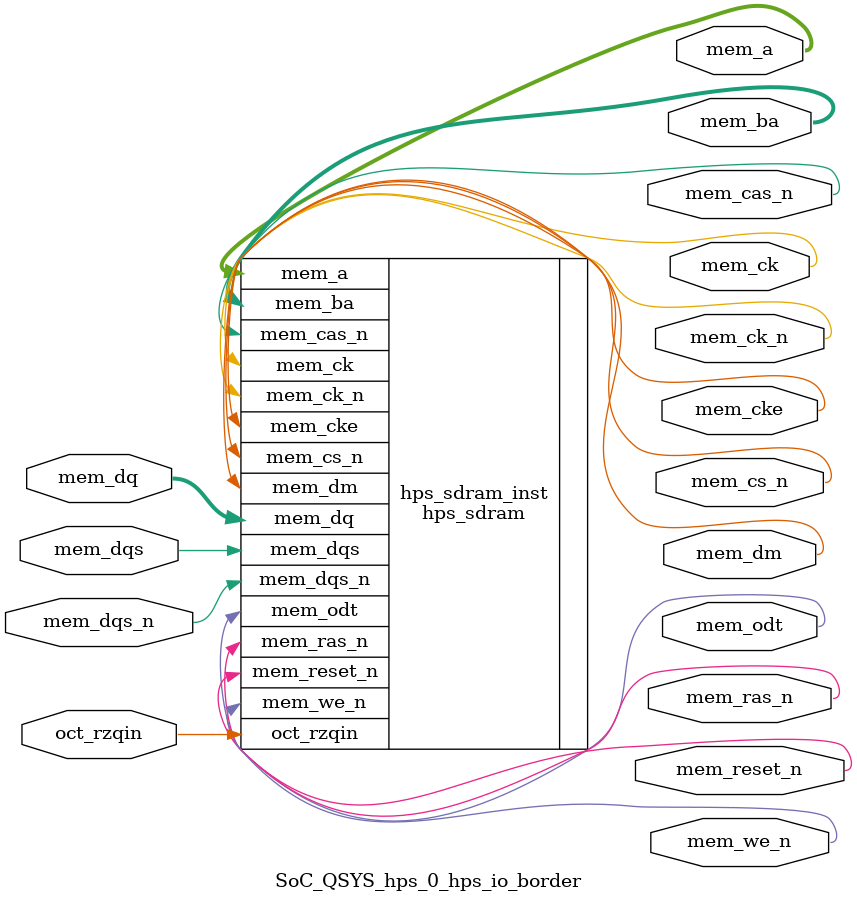
<source format=sv>


module SoC_QSYS_hps_0_hps_io_border(
// memory
  output wire [13 - 1 : 0 ] mem_a
 ,output wire [3 - 1 : 0 ] mem_ba
 ,output wire [1 - 1 : 0 ] mem_ck
 ,output wire [1 - 1 : 0 ] mem_ck_n
 ,output wire [1 - 1 : 0 ] mem_cke
 ,output wire [1 - 1 : 0 ] mem_cs_n
 ,output wire [1 - 1 : 0 ] mem_ras_n
 ,output wire [1 - 1 : 0 ] mem_cas_n
 ,output wire [1 - 1 : 0 ] mem_we_n
 ,output wire [1 - 1 : 0 ] mem_reset_n
 ,inout wire [8 - 1 : 0 ] mem_dq
 ,inout wire [1 - 1 : 0 ] mem_dqs
 ,inout wire [1 - 1 : 0 ] mem_dqs_n
 ,output wire [1 - 1 : 0 ] mem_odt
 ,output wire [1 - 1 : 0 ] mem_dm
 ,input wire [1 - 1 : 0 ] oct_rzqin
);


hps_sdram hps_sdram_inst(
 .mem_dq({
    mem_dq[7:0] // 7:0
  })
,.mem_odt({
    mem_odt[0:0] // 0:0
  })
,.mem_ras_n({
    mem_ras_n[0:0] // 0:0
  })
,.mem_dqs_n({
    mem_dqs_n[0:0] // 0:0
  })
,.mem_dqs({
    mem_dqs[0:0] // 0:0
  })
,.mem_dm({
    mem_dm[0:0] // 0:0
  })
,.mem_we_n({
    mem_we_n[0:0] // 0:0
  })
,.mem_cas_n({
    mem_cas_n[0:0] // 0:0
  })
,.mem_ba({
    mem_ba[2:0] // 2:0
  })
,.mem_a({
    mem_a[12:0] // 12:0
  })
,.mem_cs_n({
    mem_cs_n[0:0] // 0:0
  })
,.mem_ck({
    mem_ck[0:0] // 0:0
  })
,.mem_cke({
    mem_cke[0:0] // 0:0
  })
,.oct_rzqin({
    oct_rzqin[0:0] // 0:0
  })
,.mem_reset_n({
    mem_reset_n[0:0] // 0:0
  })
,.mem_ck_n({
    mem_ck_n[0:0] // 0:0
  })
);

endmodule


</source>
